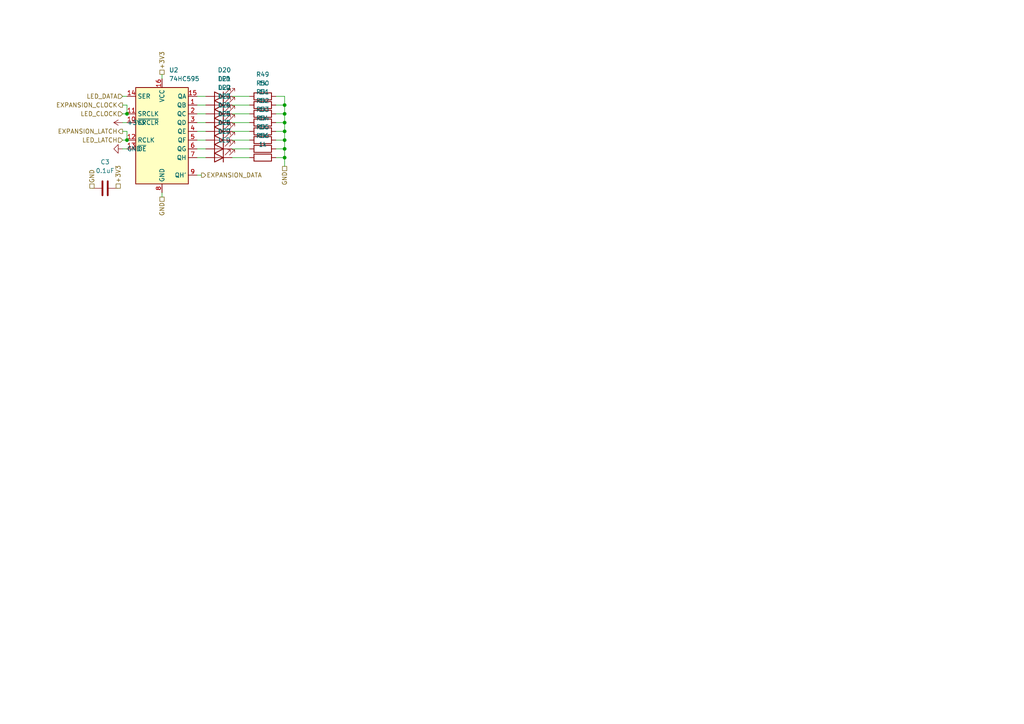
<source format=kicad_sch>
(kicad_sch (version 20211123) (generator eeschema)
  (paper "A4")
  (title_block (title "Sequencer / 8 LED Output") (date "2022-07-30") (rev "1") (company "Malik Enes SAFAK"))
  (lib_symbols
    (symbol "74xx:74HC595"
      (property "Reference" "U" (at -7.62 13.97 0))
      (property "Value" "74HC595" (at -7.62 -16.51 0))
      (symbol "74HC595_1_0"
        (pin tri_state line (at 10.16 7.62 180) (length 2.54) (name "QB") (number "1"))
        (pin input line (at -10.16 2.54 0) (length 2.54) (name "~{SRCLR}") (number "10"))
        (pin input line (at -10.16 5.08 0) (length 2.54) (name "SRCLK") (number "11"))
        (pin input line (at -10.16 -2.54 0) (length 2.54) (name "RCLK") (number "12"))
        (pin input line (at -10.16 -5.08 0) (length 2.54) (name "~{OE}") (number "13"))
        (pin input line (at -10.16 10.16 0) (length 2.54) (name "SER") (number "14"))
        (pin tri_state line (at 10.16 10.16 180) (length 2.54) (name "QA") (number "15"))
        (pin power_in line (at 0 15.24 270) (length 2.54) (name "VCC") (number "16"))
        (pin tri_state line (at 10.16 5.08 180) (length 2.54) (name "QC") (number "2"))
        (pin tri_state line (at 10.16 2.54 180) (length 2.54) (name "QD") (number "3"))
        (pin tri_state line (at 10.16 0 180) (length 2.54) (name "QE") (number "4"))
        (pin tri_state line (at 10.16 -2.54 180) (length 2.54) (name "QF") (number "5"))
        (pin tri_state line (at 10.16 -5.08 180) (length 2.54) (name "QG") (number "6"))
        (pin tri_state line (at 10.16 -7.62 180) (length 2.54) (name "QH") (number "7"))
        (pin power_in line (at 0 -17.78 90) (length 2.54) (name "GND") (number "8"))
        (pin output line (at 10.16 -12.7 180) (length 2.54) (name "QH'") (number "9"))
      )
      (symbol "74HC595_1_1"
        (rectangle (start -7.62 12.7) (end 7.62 -15.24) (stroke (width 0.254)) (fill (type background)))
      )
    )
    (symbol "Device:C" (pin_numbers hide) (pin_names (offset 0.254))
      (property "Reference" "C" (at 0.635 2.54 0))
      (property "Value" "C" (at 0.635 -2.54 0))
      (symbol "C_0_1"
        (polyline (pts (xy -2.032 -0.762) (xy 2.032 -0.762)) (stroke (width 0.508)))
        (polyline (pts (xy -2.032 0.762) (xy 2.032 0.762)) (stroke (width 0.508)))
      )
      (symbol "C_1_1"
        (pin passive line (at 0 3.81 270) (length 2.794) (name "~") (number "1"))
        (pin passive line (at 0 -3.81 90) (length 2.794) (name "~") (number "2"))
      )
    )
    (symbol "Device:LED" (pin_numbers hide) (pin_names (offset 1.016) hide)
      (property "Reference" "D" (at 0 2.54 0))
      (property "Value" "LED" (at 0 -2.54 0))
      (symbol "LED_0_1"
        (polyline (pts (xy -1.27 -1.27) (xy -1.27 1.27)) (stroke (width 0.254)))
        (polyline (pts (xy -1.27 0) (xy 1.27 0)))
        (polyline (pts (xy 1.27 -1.27) (xy 1.27 1.27) (xy -1.27 0) (xy 1.27 -1.27)) (stroke (width 0.254)))
        (polyline (pts (xy -3.048 -0.762) (xy -4.572 -2.286) (xy -3.81 -2.286) (xy -4.572 -2.286) (xy -4.572 -1.524)))
        (polyline (pts (xy -1.778 -0.762) (xy -3.302 -2.286) (xy -2.54 -2.286) (xy -3.302 -2.286) (xy -3.302 -1.524)))
      )
      (symbol "LED_1_1"
        (pin passive line (at -3.81 0 0) (length 2.54) (name "K") (number "1"))
        (pin passive line (at 3.81 0 180) (length 2.54) (name "A") (number "2"))
      )
    )
    (symbol "Device:R" (pin_numbers hide) (pin_names (offset 0))
      (property "Reference" "R" (at 2.032 0 90))
      (property "Value" "R" (at 0 0 90))
      (symbol "R_0_1"
        (rectangle (start -1.016 -2.54) (end 1.016 2.54) (stroke (width 0.254)))
      )
      (symbol "R_1_1"
        (pin passive line (at 0 3.81 270) (length 1.27) (name "~") (number "1"))
        (pin passive line (at 0 -3.81 90) (length 1.27) (name "~") (number "2"))
      )
    )
    (symbol "power:+3V3" (power) (pin_names (offset 0))
      (property "Value" "+3V3" (at 0 3.556 0))
      (symbol "+3V3_0_1"
        (polyline (pts (xy -0.762 1.27) (xy 0 2.54)))
        (polyline (pts (xy 0 0) (xy 0 2.54)))
        (polyline (pts (xy 0 2.54) (xy 0.762 1.27)))
      )
      (symbol "+3V3_1_1"
        (pin power_in line (at 0 0 90) (length 0) hide (name "+3V3") (number "1"))
      )
    )
    (symbol "power:GND" (power) (pin_names (offset 0))
      (property "Value" "GND" (at 0 -3.81 0))
      (symbol "GND_0_1"
        (polyline (pts (xy 0 0) (xy 0 -1.27) (xy 1.27 -1.27) (xy 0 -2.54) (xy -1.27 -1.27) (xy 0 -1.27)))
      )
      (symbol "GND_1_1"
        (pin power_in line (at 0 0 270) (length 0) hide (name "GND") (number "1"))
      )
    )
  )
  (junction (at 36.83 33.02))
  (junction (at 82.55 35.56))
  (junction (at 36.83 40.64))
  (junction (at 82.55 30.48))
  (junction (at 82.55 33.02))
  (junction (at 82.55 43.18))
  (junction (at 82.55 38.1))
  (junction (at 82.55 45.72))
  (junction (at 82.55 40.64))
  (wire (pts (xy 67.31 38.1) (xy 72.39 38.1)))
  (wire (pts (xy 57.15 43.18) (xy 59.69 43.18)))
  (wire (pts (xy 80.01 40.64) (xy 82.55 40.64)))
  (wire (pts (xy 82.55 38.1) (xy 82.55 40.64)))
  (wire (pts (xy 80.01 38.1) (xy 82.55 38.1)))
  (wire (pts (xy 57.15 27.94) (xy 59.69 27.94)))
  (wire (pts (xy 80.01 27.94) (xy 82.55 27.94)))
  (wire (pts (xy 57.15 33.02) (xy 59.69 33.02)))
  (wire (pts (xy 57.15 40.64) (xy 59.69 40.64)))
  (wire (pts (xy 82.55 30.48) (xy 82.55 33.02)))
  (wire (pts (xy 82.55 35.56) (xy 82.55 38.1)))
  (wire (pts (xy 36.83 38.1) (xy 36.83 40.64)))
  (wire (pts (xy 80.01 33.02) (xy 82.55 33.02)))
  (wire (pts (xy 80.01 45.72) (xy 82.55 45.72)))
  (wire (pts (xy 57.15 30.48) (xy 59.69 30.48)))
  (wire (pts (xy 35.56 35.56) (xy 36.83 35.56)))
  (wire (pts (xy 67.31 27.94) (xy 72.39 27.94)))
  (wire (pts (xy 80.01 43.18) (xy 82.55 43.18)))
  (wire (pts (xy 67.31 40.64) (xy 72.39 40.64)))
  (wire (pts (xy 46.99 21.59) (xy 46.99 22.86)))
  (wire (pts (xy 57.15 35.56) (xy 59.69 35.56)))
  (wire (pts (xy 46.99 55.88) (xy 46.99 57.15)))
  (wire (pts (xy 82.55 33.02) (xy 82.55 35.56)))
  (wire (pts (xy 67.31 33.02) (xy 72.39 33.02)))
  (wire (pts (xy 82.55 45.72) (xy 82.55 48.26)))
  (wire (pts (xy 82.55 40.64) (xy 82.55 43.18)))
  (wire (pts (xy 67.31 45.72) (xy 72.39 45.72)))
  (wire (pts (xy 35.56 33.02) (xy 36.83 33.02)))
  (wire (pts (xy 35.56 40.64) (xy 36.83 40.64)))
  (wire (pts (xy 82.55 27.94) (xy 82.55 30.48)))
  (wire (pts (xy 67.31 35.56) (xy 72.39 35.56)))
  (wire (pts (xy 67.31 30.48) (xy 72.39 30.48)))
  (wire (pts (xy 57.15 45.72) (xy 59.69 45.72)))
  (wire (pts (xy 36.83 30.48) (xy 36.83 33.02)))
  (wire (pts (xy 57.15 38.1) (xy 59.69 38.1)))
  (wire (pts (xy 67.31 43.18) (xy 72.39 43.18)))
  (wire (pts (xy 35.56 43.18) (xy 36.83 43.18)))
  (wire (pts (xy 80.01 30.48) (xy 82.55 30.48)))
  (wire (pts (xy 57.15 50.8) (xy 58.42 50.8)))
  (wire (pts (xy 35.56 27.94) (xy 36.83 27.94)))
  (wire (pts (xy 35.56 30.48) (xy 36.83 30.48)))
  (wire (pts (xy 80.01 35.56) (xy 82.55 35.56)))
  (wire (pts (xy 82.55 43.18) (xy 82.55 45.72)))
  (wire (pts (xy 35.56 38.1) (xy 36.83 38.1)))
  (hierarchical_label "LED_DATA" (shape input) (at 35.56 27.94 180))
  (hierarchical_label "GND" (shape passive) (at 82.55 48.26 270))
  (hierarchical_label "EXPANSION_LATCH" (shape output) (at 35.56 38.1 180))
  (hierarchical_label "EXPANSION_DATA" (shape output) (at 58.42 50.8 0))
  (hierarchical_label "LED_LATCH" (shape input) (at 35.56 40.64 180))
  (hierarchical_label "GND" (shape passive) (at 46.99 57.15 270))
  (hierarchical_label "LED_CLOCK" (shape input) (at 35.56 33.02 180))
  (hierarchical_label "EXPANSION_CLOCK" (shape output) (at 35.56 30.48 180))
  (hierarchical_label "+3V3" (shape passive) (at 34.29 54.61 90))
  (hierarchical_label "GND" (shape passive) (at 26.67 54.61 90))
  (hierarchical_label "+3V3" (shape passive) (at 46.99 21.59 90))
  (symbol (lib_id "Device:LED") (at 63.5 27.94 180)
    (property "Reference" "D20" (at 65.0875 20.32 0))
    (property "Value" "LED" (at 65.0875 22.86 0))
    (property "Footprint" "LED_SMD:LED_0805_2012Metric_Pad1.15x1.40mm_HandSolder" (effects hide))
  )
  (symbol (lib_id "power:GND") (at 35.56 43.18 270)
    (property "Reference" "#PWR024" (effects hide))
    (property "Value" "GND" (at 36.83 43.1799 90) (effects (justify left)))
  )
  (symbol (lib_id "Device:R") (at 76.2 33.02 90)
    (property "Reference" "R51" (at 76.2 26.67 90))
    (property "Value" "1k" (at 76.2 29.21 90))
    (property "Footprint" "Resistor_SMD:R_0805_2012Metric_Pad1.20x1.40mm_HandSolder" (effects hide))
  )
  (symbol (lib_id "Device:R") (at 76.2 43.18 90)
    (property "Reference" "R55" (at 76.2 36.83 90))
    (property "Value" "1k" (at 76.2 39.37 90))
    (property "Footprint" "Resistor_SMD:R_0805_2012Metric_Pad1.20x1.40mm_HandSolder" (effects hide))
  )
  (symbol (lib_id "Device:R") (at 76.2 38.1 90)
    (property "Reference" "R53" (at 76.2 31.75 90))
    (property "Value" "1k" (at 76.2 34.29 90))
    (property "Footprint" "Resistor_SMD:R_0805_2012Metric_Pad1.20x1.40mm_HandSolder" (effects hide))
  )
  (symbol (lib_id "Device:LED") (at 63.5 43.18 180)
    (property "Reference" "D26" (at 65.0875 35.56 0))
    (property "Value" "LED" (at 65.0875 38.1 0))
    (property "Footprint" "LED_SMD:LED_0805_2012Metric_Pad1.15x1.40mm_HandSolder" (effects hide))
  )
  (symbol (lib_id "Device:LED") (at 63.5 40.64 180)
    (property "Reference" "D25" (at 65.0875 33.02 0))
    (property "Value" "LED" (at 65.0875 35.56 0))
    (property "Footprint" "LED_SMD:LED_0805_2012Metric_Pad1.15x1.40mm_HandSolder" (effects hide))
  )
  (symbol (lib_id "Device:R") (at 76.2 27.94 90)
    (property "Reference" "R49" (at 76.2 21.59 90))
    (property "Value" "1k" (at 76.2 24.13 90))
    (property "Footprint" "Resistor_SMD:R_0805_2012Metric_Pad1.20x1.40mm_HandSolder" (effects hide))
  )
  (symbol (lib_id "Device:LED") (at 63.5 45.72 180)
    (property "Reference" "D27" (at 65.0875 38.1 0))
    (property "Value" "LED" (at 65.0875 40.64 0))
    (property "Footprint" "LED_SMD:LED_0805_2012Metric_Pad1.15x1.40mm_HandSolder" (effects hide))
  )
  (symbol (lib_id "Device:C") (at 30.48 54.61 90)
    (property "Reference" "C3" (at 30.48 46.99 90))
    (property "Value" "0.1uF" (at 30.48 49.53 90))
    (property "Footprint" "Capacitor_SMD:C_0805_2012Metric_Pad1.18x1.45mm_HandSolder" (effects hide))
  )
  (symbol (lib_id "74xx:74HC595") (at 46.99 38.1 0)
    (property "Reference" "U2" (at 49.0094 20.32 0) (effects (justify left)))
    (property "Value" "74HC595" (at 49.0094 22.86 0) (effects (justify left)))
    (property "Footprint" "Package_DIP:DIP-16_W7.62mm" (effects hide))
    (property "Datasheet" "http://www.ti.com/lit/ds/symlink/sn74hc595.pdf" (effects hide))
  )
  (symbol (lib_id "Device:LED") (at 63.5 38.1 180)
    (property "Reference" "D24" (at 65.0875 30.48 0))
    (property "Value" "LED" (at 65.0875 33.02 0))
    (property "Footprint" "LED_SMD:LED_0805_2012Metric_Pad1.15x1.40mm_HandSolder" (effects hide))
  )
  (symbol (lib_id "Device:R") (at 76.2 35.56 90)
    (property "Reference" "R52" (at 76.2 29.21 90))
    (property "Value" "1k" (at 76.2 31.75 90))
    (property "Footprint" "Resistor_SMD:R_0805_2012Metric_Pad1.20x1.40mm_HandSolder" (effects hide))
  )
  (symbol (lib_id "Device:R") (at 76.2 40.64 90)
    (property "Reference" "R54" (at 76.2 34.29 90))
    (property "Value" "1k" (at 76.2 36.83 90))
    (property "Footprint" "Resistor_SMD:R_0805_2012Metric_Pad1.20x1.40mm_HandSolder" (effects hide))
  )
  (symbol (lib_id "Device:LED") (at 63.5 35.56 180)
    (property "Reference" "D23" (at 65.0875 27.94 0))
    (property "Value" "LED" (at 65.0875 30.48 0))
    (property "Footprint" "LED_SMD:LED_0805_2012Metric_Pad1.15x1.40mm_HandSolder" (effects hide))
  )
  (symbol (lib_id "Device:LED") (at 63.5 30.48 180)
    (property "Reference" "D21" (at 65.0875 22.86 0))
    (property "Value" "LED" (at 65.0875 25.4 0))
    (property "Footprint" "LED_SMD:LED_0805_2012Metric_Pad1.15x1.40mm_HandSolder" (effects hide))
  )
  (symbol (lib_id "Device:LED") (at 63.5 33.02 180)
    (property "Reference" "D22" (at 65.0875 25.4 0))
    (property "Value" "LED" (at 65.0875 27.94 0))
    (property "Footprint" "LED_SMD:LED_0805_2012Metric_Pad1.15x1.40mm_HandSolder" (effects hide))
  )
  (symbol (lib_id "Device:R") (at 76.2 45.72 90)
    (property "Reference" "R56" (at 76.2 39.37 90))
    (property "Value" "1k" (at 76.2 41.91 90))
    (property "Footprint" "Resistor_SMD:R_0805_2012Metric_Pad1.20x1.40mm_HandSolder" (effects hide))
  )
  (symbol (lib_id "Device:R") (at 76.2 30.48 90)
    (property "Reference" "R50" (at 76.2 24.13 90))
    (property "Value" "1k" (at 76.2 26.67 90))
    (property "Footprint" "Resistor_SMD:R_0805_2012Metric_Pad1.20x1.40mm_HandSolder" (effects hide))
  )
  (symbol (lib_id "power:+3V3") (at 35.56 35.56 90)
    (property "Reference" "#PWR023" (effects hide))
    (property "Value" "+3V3" (at 36.83 35.5599 90) (effects (justify right)))
  )
)
</source>
